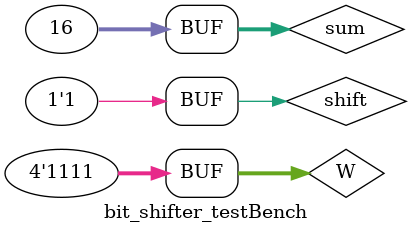
<source format=v>
`timescale 1ns / 1ps


module bit_shifter_testBench();
    reg [3:0] W;
    reg shift;
    wire [3:0] Y;
    wire k;

    bit_shifter shifter(.W(W), .shift(shift), .Y(Y), .k(k));
       integer sum;
    initial begin
        W = 4'b0000;
        shift = 1; 
        $monitor($time, " W=%b, Y=%b, shift=%b, k=%b", W, Y, shift, k);
        for (sum = 1; sum <= 15; sum = sum + 1) begin
            #5 W = W + 1;
        end
    end
endmodule


</source>
